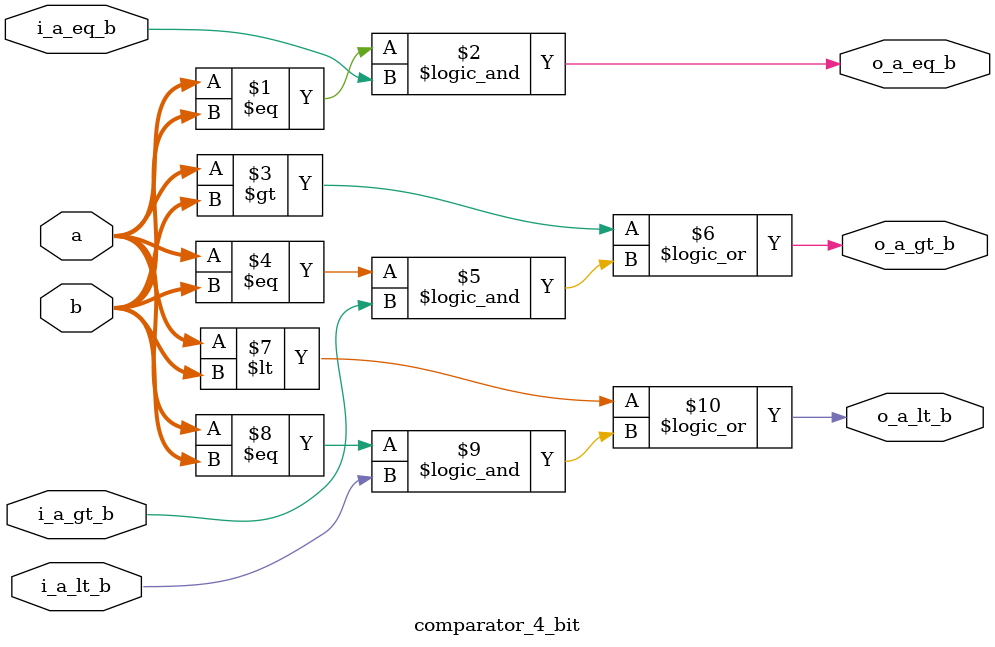
<source format=v>
module comparator_4_bit(i_a_gt_b, i_a_eq_b, i_a_lt_b, a, b, o_a_gt_b, o_a_eq_b, o_a_lt_b);
    input i_a_gt_b, i_a_eq_b, i_a_lt_b;
    input [3:0] a, b;
    output o_a_gt_b, o_a_eq_b, o_a_lt_b;
    
    assign o_a_eq_b = (a == b) && i_a_eq_b;
    assign o_a_gt_b = (a > b) || ((a == b) && i_a_gt_b);
    assign o_a_lt_b = (a < b) || ((a == b) && i_a_lt_b);
endmodule
</source>
